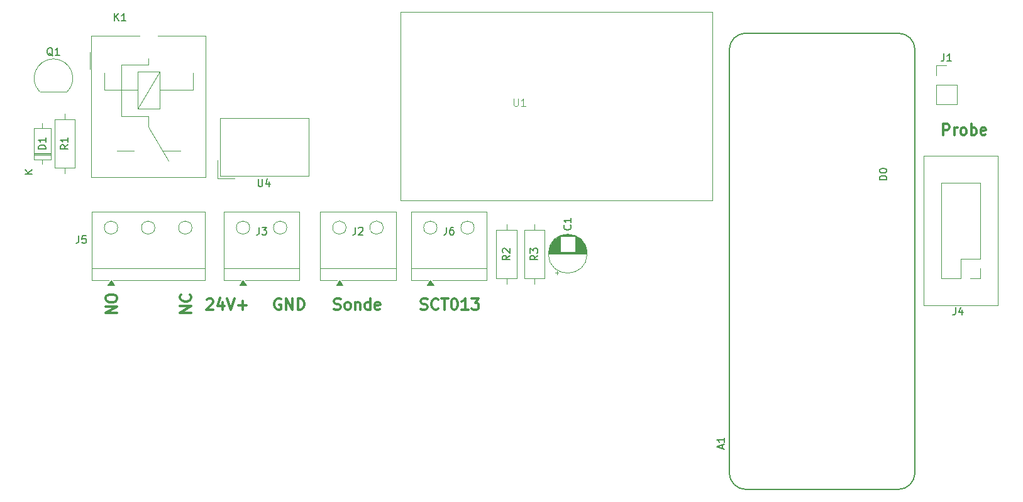
<source format=gbr>
%TF.GenerationSoftware,KiCad,Pcbnew,9.0.3*%
%TF.CreationDate,2025-08-15T10:29:04+02:00*%
%TF.ProjectId,Controller,436f6e74-726f-46c6-9c65-722e6b696361,1.0*%
%TF.SameCoordinates,Original*%
%TF.FileFunction,Legend,Top*%
%TF.FilePolarity,Positive*%
%FSLAX46Y46*%
G04 Gerber Fmt 4.6, Leading zero omitted, Abs format (unit mm)*
G04 Created by KiCad (PCBNEW 9.0.3) date 2025-08-15 10:29:04*
%MOMM*%
%LPD*%
G01*
G04 APERTURE LIST*
%ADD10C,0.300000*%
%ADD11C,0.150000*%
%ADD12C,0.100000*%
%ADD13C,0.120000*%
G04 APERTURE END LIST*
D10*
X126483082Y-101979400D02*
X126697368Y-102050828D01*
X126697368Y-102050828D02*
X127054510Y-102050828D01*
X127054510Y-102050828D02*
X127197368Y-101979400D01*
X127197368Y-101979400D02*
X127268796Y-101907971D01*
X127268796Y-101907971D02*
X127340225Y-101765114D01*
X127340225Y-101765114D02*
X127340225Y-101622257D01*
X127340225Y-101622257D02*
X127268796Y-101479400D01*
X127268796Y-101479400D02*
X127197368Y-101407971D01*
X127197368Y-101407971D02*
X127054510Y-101336542D01*
X127054510Y-101336542D02*
X126768796Y-101265114D01*
X126768796Y-101265114D02*
X126625939Y-101193685D01*
X126625939Y-101193685D02*
X126554510Y-101122257D01*
X126554510Y-101122257D02*
X126483082Y-100979400D01*
X126483082Y-100979400D02*
X126483082Y-100836542D01*
X126483082Y-100836542D02*
X126554510Y-100693685D01*
X126554510Y-100693685D02*
X126625939Y-100622257D01*
X126625939Y-100622257D02*
X126768796Y-100550828D01*
X126768796Y-100550828D02*
X127125939Y-100550828D01*
X127125939Y-100550828D02*
X127340225Y-100622257D01*
X128840224Y-101907971D02*
X128768796Y-101979400D01*
X128768796Y-101979400D02*
X128554510Y-102050828D01*
X128554510Y-102050828D02*
X128411653Y-102050828D01*
X128411653Y-102050828D02*
X128197367Y-101979400D01*
X128197367Y-101979400D02*
X128054510Y-101836542D01*
X128054510Y-101836542D02*
X127983081Y-101693685D01*
X127983081Y-101693685D02*
X127911653Y-101407971D01*
X127911653Y-101407971D02*
X127911653Y-101193685D01*
X127911653Y-101193685D02*
X127983081Y-100907971D01*
X127983081Y-100907971D02*
X128054510Y-100765114D01*
X128054510Y-100765114D02*
X128197367Y-100622257D01*
X128197367Y-100622257D02*
X128411653Y-100550828D01*
X128411653Y-100550828D02*
X128554510Y-100550828D01*
X128554510Y-100550828D02*
X128768796Y-100622257D01*
X128768796Y-100622257D02*
X128840224Y-100693685D01*
X129268796Y-100550828D02*
X130125939Y-100550828D01*
X129697367Y-102050828D02*
X129697367Y-100550828D01*
X130911653Y-100550828D02*
X131054510Y-100550828D01*
X131054510Y-100550828D02*
X131197367Y-100622257D01*
X131197367Y-100622257D02*
X131268796Y-100693685D01*
X131268796Y-100693685D02*
X131340224Y-100836542D01*
X131340224Y-100836542D02*
X131411653Y-101122257D01*
X131411653Y-101122257D02*
X131411653Y-101479400D01*
X131411653Y-101479400D02*
X131340224Y-101765114D01*
X131340224Y-101765114D02*
X131268796Y-101907971D01*
X131268796Y-101907971D02*
X131197367Y-101979400D01*
X131197367Y-101979400D02*
X131054510Y-102050828D01*
X131054510Y-102050828D02*
X130911653Y-102050828D01*
X130911653Y-102050828D02*
X130768796Y-101979400D01*
X130768796Y-101979400D02*
X130697367Y-101907971D01*
X130697367Y-101907971D02*
X130625938Y-101765114D01*
X130625938Y-101765114D02*
X130554510Y-101479400D01*
X130554510Y-101479400D02*
X130554510Y-101122257D01*
X130554510Y-101122257D02*
X130625938Y-100836542D01*
X130625938Y-100836542D02*
X130697367Y-100693685D01*
X130697367Y-100693685D02*
X130768796Y-100622257D01*
X130768796Y-100622257D02*
X130911653Y-100550828D01*
X132840224Y-102050828D02*
X131983081Y-102050828D01*
X132411652Y-102050828D02*
X132411652Y-100550828D01*
X132411652Y-100550828D02*
X132268795Y-100765114D01*
X132268795Y-100765114D02*
X132125938Y-100907971D01*
X132125938Y-100907971D02*
X131983081Y-100979400D01*
X133340223Y-100550828D02*
X134268795Y-100550828D01*
X134268795Y-100550828D02*
X133768795Y-101122257D01*
X133768795Y-101122257D02*
X133983080Y-101122257D01*
X133983080Y-101122257D02*
X134125938Y-101193685D01*
X134125938Y-101193685D02*
X134197366Y-101265114D01*
X134197366Y-101265114D02*
X134268795Y-101407971D01*
X134268795Y-101407971D02*
X134268795Y-101765114D01*
X134268795Y-101765114D02*
X134197366Y-101907971D01*
X134197366Y-101907971D02*
X134125938Y-101979400D01*
X134125938Y-101979400D02*
X133983080Y-102050828D01*
X133983080Y-102050828D02*
X133554509Y-102050828D01*
X133554509Y-102050828D02*
X133411652Y-101979400D01*
X133411652Y-101979400D02*
X133340223Y-101907971D01*
X107613225Y-100622257D02*
X107470368Y-100550828D01*
X107470368Y-100550828D02*
X107256082Y-100550828D01*
X107256082Y-100550828D02*
X107041796Y-100622257D01*
X107041796Y-100622257D02*
X106898939Y-100765114D01*
X106898939Y-100765114D02*
X106827510Y-100907971D01*
X106827510Y-100907971D02*
X106756082Y-101193685D01*
X106756082Y-101193685D02*
X106756082Y-101407971D01*
X106756082Y-101407971D02*
X106827510Y-101693685D01*
X106827510Y-101693685D02*
X106898939Y-101836542D01*
X106898939Y-101836542D02*
X107041796Y-101979400D01*
X107041796Y-101979400D02*
X107256082Y-102050828D01*
X107256082Y-102050828D02*
X107398939Y-102050828D01*
X107398939Y-102050828D02*
X107613225Y-101979400D01*
X107613225Y-101979400D02*
X107684653Y-101907971D01*
X107684653Y-101907971D02*
X107684653Y-101407971D01*
X107684653Y-101407971D02*
X107398939Y-101407971D01*
X108327510Y-102050828D02*
X108327510Y-100550828D01*
X108327510Y-100550828D02*
X109184653Y-102050828D01*
X109184653Y-102050828D02*
X109184653Y-100550828D01*
X109898939Y-102050828D02*
X109898939Y-100550828D01*
X109898939Y-100550828D02*
X110256082Y-100550828D01*
X110256082Y-100550828D02*
X110470368Y-100622257D01*
X110470368Y-100622257D02*
X110613225Y-100765114D01*
X110613225Y-100765114D02*
X110684654Y-100907971D01*
X110684654Y-100907971D02*
X110756082Y-101193685D01*
X110756082Y-101193685D02*
X110756082Y-101407971D01*
X110756082Y-101407971D02*
X110684654Y-101693685D01*
X110684654Y-101693685D02*
X110613225Y-101836542D01*
X110613225Y-101836542D02*
X110470368Y-101979400D01*
X110470368Y-101979400D02*
X110256082Y-102050828D01*
X110256082Y-102050828D02*
X109898939Y-102050828D01*
X85550828Y-102516918D02*
X84050828Y-102516918D01*
X84050828Y-102516918D02*
X85550828Y-101659775D01*
X85550828Y-101659775D02*
X84050828Y-101659775D01*
X84050828Y-100659774D02*
X84050828Y-100374060D01*
X84050828Y-100374060D02*
X84122257Y-100231203D01*
X84122257Y-100231203D02*
X84265114Y-100088346D01*
X84265114Y-100088346D02*
X84550828Y-100016917D01*
X84550828Y-100016917D02*
X85050828Y-100016917D01*
X85050828Y-100016917D02*
X85336542Y-100088346D01*
X85336542Y-100088346D02*
X85479400Y-100231203D01*
X85479400Y-100231203D02*
X85550828Y-100374060D01*
X85550828Y-100374060D02*
X85550828Y-100659774D01*
X85550828Y-100659774D02*
X85479400Y-100802632D01*
X85479400Y-100802632D02*
X85336542Y-100945489D01*
X85336542Y-100945489D02*
X85050828Y-101016917D01*
X85050828Y-101016917D02*
X84550828Y-101016917D01*
X84550828Y-101016917D02*
X84265114Y-100945489D01*
X84265114Y-100945489D02*
X84122257Y-100802632D01*
X84122257Y-100802632D02*
X84050828Y-100659774D01*
X114790225Y-101979400D02*
X115004511Y-102050828D01*
X115004511Y-102050828D02*
X115361653Y-102050828D01*
X115361653Y-102050828D02*
X115504511Y-101979400D01*
X115504511Y-101979400D02*
X115575939Y-101907971D01*
X115575939Y-101907971D02*
X115647368Y-101765114D01*
X115647368Y-101765114D02*
X115647368Y-101622257D01*
X115647368Y-101622257D02*
X115575939Y-101479400D01*
X115575939Y-101479400D02*
X115504511Y-101407971D01*
X115504511Y-101407971D02*
X115361653Y-101336542D01*
X115361653Y-101336542D02*
X115075939Y-101265114D01*
X115075939Y-101265114D02*
X114933082Y-101193685D01*
X114933082Y-101193685D02*
X114861653Y-101122257D01*
X114861653Y-101122257D02*
X114790225Y-100979400D01*
X114790225Y-100979400D02*
X114790225Y-100836542D01*
X114790225Y-100836542D02*
X114861653Y-100693685D01*
X114861653Y-100693685D02*
X114933082Y-100622257D01*
X114933082Y-100622257D02*
X115075939Y-100550828D01*
X115075939Y-100550828D02*
X115433082Y-100550828D01*
X115433082Y-100550828D02*
X115647368Y-100622257D01*
X116504510Y-102050828D02*
X116361653Y-101979400D01*
X116361653Y-101979400D02*
X116290224Y-101907971D01*
X116290224Y-101907971D02*
X116218796Y-101765114D01*
X116218796Y-101765114D02*
X116218796Y-101336542D01*
X116218796Y-101336542D02*
X116290224Y-101193685D01*
X116290224Y-101193685D02*
X116361653Y-101122257D01*
X116361653Y-101122257D02*
X116504510Y-101050828D01*
X116504510Y-101050828D02*
X116718796Y-101050828D01*
X116718796Y-101050828D02*
X116861653Y-101122257D01*
X116861653Y-101122257D02*
X116933082Y-101193685D01*
X116933082Y-101193685D02*
X117004510Y-101336542D01*
X117004510Y-101336542D02*
X117004510Y-101765114D01*
X117004510Y-101765114D02*
X116933082Y-101907971D01*
X116933082Y-101907971D02*
X116861653Y-101979400D01*
X116861653Y-101979400D02*
X116718796Y-102050828D01*
X116718796Y-102050828D02*
X116504510Y-102050828D01*
X117647367Y-101050828D02*
X117647367Y-102050828D01*
X117647367Y-101193685D02*
X117718796Y-101122257D01*
X117718796Y-101122257D02*
X117861653Y-101050828D01*
X117861653Y-101050828D02*
X118075939Y-101050828D01*
X118075939Y-101050828D02*
X118218796Y-101122257D01*
X118218796Y-101122257D02*
X118290225Y-101265114D01*
X118290225Y-101265114D02*
X118290225Y-102050828D01*
X119647368Y-102050828D02*
X119647368Y-100550828D01*
X119647368Y-101979400D02*
X119504510Y-102050828D01*
X119504510Y-102050828D02*
X119218796Y-102050828D01*
X119218796Y-102050828D02*
X119075939Y-101979400D01*
X119075939Y-101979400D02*
X119004510Y-101907971D01*
X119004510Y-101907971D02*
X118933082Y-101765114D01*
X118933082Y-101765114D02*
X118933082Y-101336542D01*
X118933082Y-101336542D02*
X119004510Y-101193685D01*
X119004510Y-101193685D02*
X119075939Y-101122257D01*
X119075939Y-101122257D02*
X119218796Y-101050828D01*
X119218796Y-101050828D02*
X119504510Y-101050828D01*
X119504510Y-101050828D02*
X119647368Y-101122257D01*
X120933082Y-101979400D02*
X120790225Y-102050828D01*
X120790225Y-102050828D02*
X120504511Y-102050828D01*
X120504511Y-102050828D02*
X120361653Y-101979400D01*
X120361653Y-101979400D02*
X120290225Y-101836542D01*
X120290225Y-101836542D02*
X120290225Y-101265114D01*
X120290225Y-101265114D02*
X120361653Y-101122257D01*
X120361653Y-101122257D02*
X120504511Y-101050828D01*
X120504511Y-101050828D02*
X120790225Y-101050828D01*
X120790225Y-101050828D02*
X120933082Y-101122257D01*
X120933082Y-101122257D02*
X121004511Y-101265114D01*
X121004511Y-101265114D02*
X121004511Y-101407971D01*
X121004511Y-101407971D02*
X120290225Y-101550828D01*
X95546828Y-102445489D02*
X94046828Y-102445489D01*
X94046828Y-102445489D02*
X95546828Y-101588346D01*
X95546828Y-101588346D02*
X94046828Y-101588346D01*
X95403971Y-100016917D02*
X95475400Y-100088345D01*
X95475400Y-100088345D02*
X95546828Y-100302631D01*
X95546828Y-100302631D02*
X95546828Y-100445488D01*
X95546828Y-100445488D02*
X95475400Y-100659774D01*
X95475400Y-100659774D02*
X95332542Y-100802631D01*
X95332542Y-100802631D02*
X95189685Y-100874060D01*
X95189685Y-100874060D02*
X94903971Y-100945488D01*
X94903971Y-100945488D02*
X94689685Y-100945488D01*
X94689685Y-100945488D02*
X94403971Y-100874060D01*
X94403971Y-100874060D02*
X94261114Y-100802631D01*
X94261114Y-100802631D02*
X94118257Y-100659774D01*
X94118257Y-100659774D02*
X94046828Y-100445488D01*
X94046828Y-100445488D02*
X94046828Y-100302631D01*
X94046828Y-100302631D02*
X94118257Y-100088345D01*
X94118257Y-100088345D02*
X94189685Y-100016917D01*
X97656083Y-100693685D02*
X97727511Y-100622257D01*
X97727511Y-100622257D02*
X97870369Y-100550828D01*
X97870369Y-100550828D02*
X98227511Y-100550828D01*
X98227511Y-100550828D02*
X98370369Y-100622257D01*
X98370369Y-100622257D02*
X98441797Y-100693685D01*
X98441797Y-100693685D02*
X98513226Y-100836542D01*
X98513226Y-100836542D02*
X98513226Y-100979400D01*
X98513226Y-100979400D02*
X98441797Y-101193685D01*
X98441797Y-101193685D02*
X97584654Y-102050828D01*
X97584654Y-102050828D02*
X98513226Y-102050828D01*
X99798940Y-101050828D02*
X99798940Y-102050828D01*
X99441797Y-100479400D02*
X99084654Y-101550828D01*
X99084654Y-101550828D02*
X100013225Y-101550828D01*
X100370368Y-100550828D02*
X100870368Y-102050828D01*
X100870368Y-102050828D02*
X101370368Y-100550828D01*
X101870367Y-101479400D02*
X103013225Y-101479400D01*
X102441796Y-102050828D02*
X102441796Y-100907971D01*
X196790225Y-78525828D02*
X196790225Y-77025828D01*
X196790225Y-77025828D02*
X197361654Y-77025828D01*
X197361654Y-77025828D02*
X197504511Y-77097257D01*
X197504511Y-77097257D02*
X197575940Y-77168685D01*
X197575940Y-77168685D02*
X197647368Y-77311542D01*
X197647368Y-77311542D02*
X197647368Y-77525828D01*
X197647368Y-77525828D02*
X197575940Y-77668685D01*
X197575940Y-77668685D02*
X197504511Y-77740114D01*
X197504511Y-77740114D02*
X197361654Y-77811542D01*
X197361654Y-77811542D02*
X196790225Y-77811542D01*
X198290225Y-78525828D02*
X198290225Y-77525828D01*
X198290225Y-77811542D02*
X198361654Y-77668685D01*
X198361654Y-77668685D02*
X198433083Y-77597257D01*
X198433083Y-77597257D02*
X198575940Y-77525828D01*
X198575940Y-77525828D02*
X198718797Y-77525828D01*
X199433082Y-78525828D02*
X199290225Y-78454400D01*
X199290225Y-78454400D02*
X199218796Y-78382971D01*
X199218796Y-78382971D02*
X199147368Y-78240114D01*
X199147368Y-78240114D02*
X199147368Y-77811542D01*
X199147368Y-77811542D02*
X199218796Y-77668685D01*
X199218796Y-77668685D02*
X199290225Y-77597257D01*
X199290225Y-77597257D02*
X199433082Y-77525828D01*
X199433082Y-77525828D02*
X199647368Y-77525828D01*
X199647368Y-77525828D02*
X199790225Y-77597257D01*
X199790225Y-77597257D02*
X199861654Y-77668685D01*
X199861654Y-77668685D02*
X199933082Y-77811542D01*
X199933082Y-77811542D02*
X199933082Y-78240114D01*
X199933082Y-78240114D02*
X199861654Y-78382971D01*
X199861654Y-78382971D02*
X199790225Y-78454400D01*
X199790225Y-78454400D02*
X199647368Y-78525828D01*
X199647368Y-78525828D02*
X199433082Y-78525828D01*
X200575939Y-78525828D02*
X200575939Y-77025828D01*
X200575939Y-77597257D02*
X200718797Y-77525828D01*
X200718797Y-77525828D02*
X201004511Y-77525828D01*
X201004511Y-77525828D02*
X201147368Y-77597257D01*
X201147368Y-77597257D02*
X201218797Y-77668685D01*
X201218797Y-77668685D02*
X201290225Y-77811542D01*
X201290225Y-77811542D02*
X201290225Y-78240114D01*
X201290225Y-78240114D02*
X201218797Y-78382971D01*
X201218797Y-78382971D02*
X201147368Y-78454400D01*
X201147368Y-78454400D02*
X201004511Y-78525828D01*
X201004511Y-78525828D02*
X200718797Y-78525828D01*
X200718797Y-78525828D02*
X200575939Y-78454400D01*
X202504511Y-78454400D02*
X202361654Y-78525828D01*
X202361654Y-78525828D02*
X202075940Y-78525828D01*
X202075940Y-78525828D02*
X201933082Y-78454400D01*
X201933082Y-78454400D02*
X201861654Y-78311542D01*
X201861654Y-78311542D02*
X201861654Y-77740114D01*
X201861654Y-77740114D02*
X201933082Y-77597257D01*
X201933082Y-77597257D02*
X202075940Y-77525828D01*
X202075940Y-77525828D02*
X202361654Y-77525828D01*
X202361654Y-77525828D02*
X202504511Y-77597257D01*
X202504511Y-77597257D02*
X202575940Y-77740114D01*
X202575940Y-77740114D02*
X202575940Y-77882971D01*
X202575940Y-77882971D02*
X201861654Y-78025828D01*
D11*
X142204819Y-94746666D02*
X141728628Y-95079999D01*
X142204819Y-95318094D02*
X141204819Y-95318094D01*
X141204819Y-95318094D02*
X141204819Y-94937142D01*
X141204819Y-94937142D02*
X141252438Y-94841904D01*
X141252438Y-94841904D02*
X141300057Y-94794285D01*
X141300057Y-94794285D02*
X141395295Y-94746666D01*
X141395295Y-94746666D02*
X141538152Y-94746666D01*
X141538152Y-94746666D02*
X141633390Y-94794285D01*
X141633390Y-94794285D02*
X141681009Y-94841904D01*
X141681009Y-94841904D02*
X141728628Y-94937142D01*
X141728628Y-94937142D02*
X141728628Y-95318094D01*
X141204819Y-94413332D02*
X141204819Y-93794285D01*
X141204819Y-93794285D02*
X141585771Y-94127618D01*
X141585771Y-94127618D02*
X141585771Y-93984761D01*
X141585771Y-93984761D02*
X141633390Y-93889523D01*
X141633390Y-93889523D02*
X141681009Y-93841904D01*
X141681009Y-93841904D02*
X141776247Y-93794285D01*
X141776247Y-93794285D02*
X142014342Y-93794285D01*
X142014342Y-93794285D02*
X142109580Y-93841904D01*
X142109580Y-93841904D02*
X142157200Y-93889523D01*
X142157200Y-93889523D02*
X142204819Y-93984761D01*
X142204819Y-93984761D02*
X142204819Y-94270475D01*
X142204819Y-94270475D02*
X142157200Y-94365713D01*
X142157200Y-94365713D02*
X142109580Y-94413332D01*
X196916666Y-67549819D02*
X196916666Y-68264104D01*
X196916666Y-68264104D02*
X196869047Y-68406961D01*
X196869047Y-68406961D02*
X196773809Y-68502200D01*
X196773809Y-68502200D02*
X196630952Y-68549819D01*
X196630952Y-68549819D02*
X196535714Y-68549819D01*
X197916666Y-68549819D02*
X197345238Y-68549819D01*
X197630952Y-68549819D02*
X197630952Y-67549819D01*
X197630952Y-67549819D02*
X197535714Y-67692676D01*
X197535714Y-67692676D02*
X197440476Y-67787914D01*
X197440476Y-67787914D02*
X197345238Y-67835533D01*
X75954819Y-80428094D02*
X74954819Y-80428094D01*
X74954819Y-80428094D02*
X74954819Y-80189999D01*
X74954819Y-80189999D02*
X75002438Y-80047142D01*
X75002438Y-80047142D02*
X75097676Y-79951904D01*
X75097676Y-79951904D02*
X75192914Y-79904285D01*
X75192914Y-79904285D02*
X75383390Y-79856666D01*
X75383390Y-79856666D02*
X75526247Y-79856666D01*
X75526247Y-79856666D02*
X75716723Y-79904285D01*
X75716723Y-79904285D02*
X75811961Y-79951904D01*
X75811961Y-79951904D02*
X75907200Y-80047142D01*
X75907200Y-80047142D02*
X75954819Y-80189999D01*
X75954819Y-80189999D02*
X75954819Y-80428094D01*
X75954819Y-78904285D02*
X75954819Y-79475713D01*
X75954819Y-79189999D02*
X74954819Y-79189999D01*
X74954819Y-79189999D02*
X75097676Y-79285237D01*
X75097676Y-79285237D02*
X75192914Y-79380475D01*
X75192914Y-79380475D02*
X75240533Y-79475713D01*
X74154819Y-83761904D02*
X73154819Y-83761904D01*
X74154819Y-83190476D02*
X73583390Y-83619047D01*
X73154819Y-83190476D02*
X73726247Y-83761904D01*
X129916666Y-90954819D02*
X129916666Y-91669104D01*
X129916666Y-91669104D02*
X129869047Y-91811961D01*
X129869047Y-91811961D02*
X129773809Y-91907200D01*
X129773809Y-91907200D02*
X129630952Y-91954819D01*
X129630952Y-91954819D02*
X129535714Y-91954819D01*
X130821428Y-90954819D02*
X130630952Y-90954819D01*
X130630952Y-90954819D02*
X130535714Y-91002438D01*
X130535714Y-91002438D02*
X130488095Y-91050057D01*
X130488095Y-91050057D02*
X130392857Y-91192914D01*
X130392857Y-91192914D02*
X130345238Y-91383390D01*
X130345238Y-91383390D02*
X130345238Y-91764342D01*
X130345238Y-91764342D02*
X130392857Y-91859580D01*
X130392857Y-91859580D02*
X130440476Y-91907200D01*
X130440476Y-91907200D02*
X130535714Y-91954819D01*
X130535714Y-91954819D02*
X130726190Y-91954819D01*
X130726190Y-91954819D02*
X130821428Y-91907200D01*
X130821428Y-91907200D02*
X130869047Y-91859580D01*
X130869047Y-91859580D02*
X130916666Y-91764342D01*
X130916666Y-91764342D02*
X130916666Y-91526247D01*
X130916666Y-91526247D02*
X130869047Y-91431009D01*
X130869047Y-91431009D02*
X130821428Y-91383390D01*
X130821428Y-91383390D02*
X130726190Y-91335771D01*
X130726190Y-91335771D02*
X130535714Y-91335771D01*
X130535714Y-91335771D02*
X130440476Y-91383390D01*
X130440476Y-91383390D02*
X130392857Y-91431009D01*
X130392857Y-91431009D02*
X130345238Y-91526247D01*
X104689666Y-90954819D02*
X104689666Y-91669104D01*
X104689666Y-91669104D02*
X104642047Y-91811961D01*
X104642047Y-91811961D02*
X104546809Y-91907200D01*
X104546809Y-91907200D02*
X104403952Y-91954819D01*
X104403952Y-91954819D02*
X104308714Y-91954819D01*
X105070619Y-90954819D02*
X105689666Y-90954819D01*
X105689666Y-90954819D02*
X105356333Y-91335771D01*
X105356333Y-91335771D02*
X105499190Y-91335771D01*
X105499190Y-91335771D02*
X105594428Y-91383390D01*
X105594428Y-91383390D02*
X105642047Y-91431009D01*
X105642047Y-91431009D02*
X105689666Y-91526247D01*
X105689666Y-91526247D02*
X105689666Y-91764342D01*
X105689666Y-91764342D02*
X105642047Y-91859580D01*
X105642047Y-91859580D02*
X105594428Y-91907200D01*
X105594428Y-91907200D02*
X105499190Y-91954819D01*
X105499190Y-91954819D02*
X105213476Y-91954819D01*
X105213476Y-91954819D02*
X105118238Y-91907200D01*
X105118238Y-91907200D02*
X105070619Y-91859580D01*
X167069104Y-120749085D02*
X167069104Y-120272895D01*
X167354819Y-120844323D02*
X166354819Y-120510990D01*
X166354819Y-120510990D02*
X167354819Y-120177657D01*
X167354819Y-119320514D02*
X167354819Y-119891942D01*
X167354819Y-119606228D02*
X166354819Y-119606228D01*
X166354819Y-119606228D02*
X166497676Y-119701466D01*
X166497676Y-119701466D02*
X166592914Y-119796704D01*
X166592914Y-119796704D02*
X166640533Y-119891942D01*
X189209819Y-84568094D02*
X188209819Y-84568094D01*
X188209819Y-84568094D02*
X188209819Y-84329999D01*
X188209819Y-84329999D02*
X188257438Y-84187142D01*
X188257438Y-84187142D02*
X188352676Y-84091904D01*
X188352676Y-84091904D02*
X188447914Y-84044285D01*
X188447914Y-84044285D02*
X188638390Y-83996666D01*
X188638390Y-83996666D02*
X188781247Y-83996666D01*
X188781247Y-83996666D02*
X188971723Y-84044285D01*
X188971723Y-84044285D02*
X189066961Y-84091904D01*
X189066961Y-84091904D02*
X189162200Y-84187142D01*
X189162200Y-84187142D02*
X189209819Y-84329999D01*
X189209819Y-84329999D02*
X189209819Y-84568094D01*
X188209819Y-83377618D02*
X188209819Y-83282380D01*
X188209819Y-83282380D02*
X188257438Y-83187142D01*
X188257438Y-83187142D02*
X188305057Y-83139523D01*
X188305057Y-83139523D02*
X188400295Y-83091904D01*
X188400295Y-83091904D02*
X188590771Y-83044285D01*
X188590771Y-83044285D02*
X188828866Y-83044285D01*
X188828866Y-83044285D02*
X189019342Y-83091904D01*
X189019342Y-83091904D02*
X189114580Y-83139523D01*
X189114580Y-83139523D02*
X189162200Y-83187142D01*
X189162200Y-83187142D02*
X189209819Y-83282380D01*
X189209819Y-83282380D02*
X189209819Y-83377618D01*
X189209819Y-83377618D02*
X189162200Y-83472856D01*
X189162200Y-83472856D02*
X189114580Y-83520475D01*
X189114580Y-83520475D02*
X189019342Y-83568094D01*
X189019342Y-83568094D02*
X188828866Y-83615713D01*
X188828866Y-83615713D02*
X188590771Y-83615713D01*
X188590771Y-83615713D02*
X188400295Y-83568094D01*
X188400295Y-83568094D02*
X188305057Y-83520475D01*
X188305057Y-83520475D02*
X188257438Y-83472856D01*
X188257438Y-83472856D02*
X188209819Y-83377618D01*
X104574595Y-84454819D02*
X104574595Y-85264342D01*
X104574595Y-85264342D02*
X104622214Y-85359580D01*
X104622214Y-85359580D02*
X104669833Y-85407200D01*
X104669833Y-85407200D02*
X104765071Y-85454819D01*
X104765071Y-85454819D02*
X104955547Y-85454819D01*
X104955547Y-85454819D02*
X105050785Y-85407200D01*
X105050785Y-85407200D02*
X105098404Y-85359580D01*
X105098404Y-85359580D02*
X105146023Y-85264342D01*
X105146023Y-85264342D02*
X105146023Y-84454819D01*
X106050785Y-84788152D02*
X106050785Y-85454819D01*
X105812690Y-84407200D02*
X105574595Y-85121485D01*
X105574595Y-85121485D02*
X106193642Y-85121485D01*
X198465666Y-101764319D02*
X198465666Y-102478604D01*
X198465666Y-102478604D02*
X198418047Y-102621461D01*
X198418047Y-102621461D02*
X198322809Y-102716700D01*
X198322809Y-102716700D02*
X198179952Y-102764319D01*
X198179952Y-102764319D02*
X198084714Y-102764319D01*
X199370428Y-102097652D02*
X199370428Y-102764319D01*
X199132333Y-101716700D02*
X198894238Y-102430985D01*
X198894238Y-102430985D02*
X199513285Y-102430985D01*
X138454819Y-94746666D02*
X137978628Y-95079999D01*
X138454819Y-95318094D02*
X137454819Y-95318094D01*
X137454819Y-95318094D02*
X137454819Y-94937142D01*
X137454819Y-94937142D02*
X137502438Y-94841904D01*
X137502438Y-94841904D02*
X137550057Y-94794285D01*
X137550057Y-94794285D02*
X137645295Y-94746666D01*
X137645295Y-94746666D02*
X137788152Y-94746666D01*
X137788152Y-94746666D02*
X137883390Y-94794285D01*
X137883390Y-94794285D02*
X137931009Y-94841904D01*
X137931009Y-94841904D02*
X137978628Y-94937142D01*
X137978628Y-94937142D02*
X137978628Y-95318094D01*
X137550057Y-94365713D02*
X137502438Y-94318094D01*
X137502438Y-94318094D02*
X137454819Y-94222856D01*
X137454819Y-94222856D02*
X137454819Y-93984761D01*
X137454819Y-93984761D02*
X137502438Y-93889523D01*
X137502438Y-93889523D02*
X137550057Y-93841904D01*
X137550057Y-93841904D02*
X137645295Y-93794285D01*
X137645295Y-93794285D02*
X137740533Y-93794285D01*
X137740533Y-93794285D02*
X137883390Y-93841904D01*
X137883390Y-93841904D02*
X138454819Y-94413332D01*
X138454819Y-94413332D02*
X138454819Y-93794285D01*
X78954819Y-79836666D02*
X78478628Y-80169999D01*
X78954819Y-80408094D02*
X77954819Y-80408094D01*
X77954819Y-80408094D02*
X77954819Y-80027142D01*
X77954819Y-80027142D02*
X78002438Y-79931904D01*
X78002438Y-79931904D02*
X78050057Y-79884285D01*
X78050057Y-79884285D02*
X78145295Y-79836666D01*
X78145295Y-79836666D02*
X78288152Y-79836666D01*
X78288152Y-79836666D02*
X78383390Y-79884285D01*
X78383390Y-79884285D02*
X78431009Y-79931904D01*
X78431009Y-79931904D02*
X78478628Y-80027142D01*
X78478628Y-80027142D02*
X78478628Y-80408094D01*
X78954819Y-78884285D02*
X78954819Y-79455713D01*
X78954819Y-79169999D02*
X77954819Y-79169999D01*
X77954819Y-79169999D02*
X78097676Y-79265237D01*
X78097676Y-79265237D02*
X78192914Y-79360475D01*
X78192914Y-79360475D02*
X78240533Y-79455713D01*
X85226905Y-63121819D02*
X85226905Y-62121819D01*
X85798333Y-63121819D02*
X85369762Y-62550390D01*
X85798333Y-62121819D02*
X85226905Y-62693247D01*
X86750714Y-63121819D02*
X86179286Y-63121819D01*
X86465000Y-63121819D02*
X86465000Y-62121819D01*
X86465000Y-62121819D02*
X86369762Y-62264676D01*
X86369762Y-62264676D02*
X86274524Y-62359914D01*
X86274524Y-62359914D02*
X86179286Y-62407533D01*
D12*
X138988095Y-73624419D02*
X138988095Y-74433942D01*
X138988095Y-74433942D02*
X139035714Y-74529180D01*
X139035714Y-74529180D02*
X139083333Y-74576800D01*
X139083333Y-74576800D02*
X139178571Y-74624419D01*
X139178571Y-74624419D02*
X139369047Y-74624419D01*
X139369047Y-74624419D02*
X139464285Y-74576800D01*
X139464285Y-74576800D02*
X139511904Y-74529180D01*
X139511904Y-74529180D02*
X139559523Y-74433942D01*
X139559523Y-74433942D02*
X139559523Y-73624419D01*
X140559523Y-74624419D02*
X139988095Y-74624419D01*
X140273809Y-74624419D02*
X140273809Y-73624419D01*
X140273809Y-73624419D02*
X140178571Y-73767276D01*
X140178571Y-73767276D02*
X140083333Y-73862514D01*
X140083333Y-73862514D02*
X139988095Y-73910133D01*
D11*
X80416666Y-92087319D02*
X80416666Y-92801604D01*
X80416666Y-92801604D02*
X80369047Y-92944461D01*
X80369047Y-92944461D02*
X80273809Y-93039700D01*
X80273809Y-93039700D02*
X80130952Y-93087319D01*
X80130952Y-93087319D02*
X80035714Y-93087319D01*
X81369047Y-92087319D02*
X80892857Y-92087319D01*
X80892857Y-92087319D02*
X80845238Y-92563509D01*
X80845238Y-92563509D02*
X80892857Y-92515890D01*
X80892857Y-92515890D02*
X80988095Y-92468271D01*
X80988095Y-92468271D02*
X81226190Y-92468271D01*
X81226190Y-92468271D02*
X81321428Y-92515890D01*
X81321428Y-92515890D02*
X81369047Y-92563509D01*
X81369047Y-92563509D02*
X81416666Y-92658747D01*
X81416666Y-92658747D02*
X81416666Y-92896842D01*
X81416666Y-92896842D02*
X81369047Y-92992080D01*
X81369047Y-92992080D02*
X81321428Y-93039700D01*
X81321428Y-93039700D02*
X81226190Y-93087319D01*
X81226190Y-93087319D02*
X80988095Y-93087319D01*
X80988095Y-93087319D02*
X80892857Y-93039700D01*
X80892857Y-93039700D02*
X80845238Y-92992080D01*
X117666666Y-90954819D02*
X117666666Y-91669104D01*
X117666666Y-91669104D02*
X117619047Y-91811961D01*
X117619047Y-91811961D02*
X117523809Y-91907200D01*
X117523809Y-91907200D02*
X117380952Y-91954819D01*
X117380952Y-91954819D02*
X117285714Y-91954819D01*
X118095238Y-91050057D02*
X118142857Y-91002438D01*
X118142857Y-91002438D02*
X118238095Y-90954819D01*
X118238095Y-90954819D02*
X118476190Y-90954819D01*
X118476190Y-90954819D02*
X118571428Y-91002438D01*
X118571428Y-91002438D02*
X118619047Y-91050057D01*
X118619047Y-91050057D02*
X118666666Y-91145295D01*
X118666666Y-91145295D02*
X118666666Y-91240533D01*
X118666666Y-91240533D02*
X118619047Y-91383390D01*
X118619047Y-91383390D02*
X118047619Y-91954819D01*
X118047619Y-91954819D02*
X118666666Y-91954819D01*
X76904761Y-67850057D02*
X76809523Y-67802438D01*
X76809523Y-67802438D02*
X76714285Y-67707200D01*
X76714285Y-67707200D02*
X76571428Y-67564342D01*
X76571428Y-67564342D02*
X76476190Y-67516723D01*
X76476190Y-67516723D02*
X76380952Y-67516723D01*
X76428571Y-67754819D02*
X76333333Y-67707200D01*
X76333333Y-67707200D02*
X76238095Y-67611961D01*
X76238095Y-67611961D02*
X76190476Y-67421485D01*
X76190476Y-67421485D02*
X76190476Y-67088152D01*
X76190476Y-67088152D02*
X76238095Y-66897676D01*
X76238095Y-66897676D02*
X76333333Y-66802438D01*
X76333333Y-66802438D02*
X76428571Y-66754819D01*
X76428571Y-66754819D02*
X76619047Y-66754819D01*
X76619047Y-66754819D02*
X76714285Y-66802438D01*
X76714285Y-66802438D02*
X76809523Y-66897676D01*
X76809523Y-66897676D02*
X76857142Y-67088152D01*
X76857142Y-67088152D02*
X76857142Y-67421485D01*
X76857142Y-67421485D02*
X76809523Y-67611961D01*
X76809523Y-67611961D02*
X76714285Y-67707200D01*
X76714285Y-67707200D02*
X76619047Y-67754819D01*
X76619047Y-67754819D02*
X76428571Y-67754819D01*
X77809523Y-67754819D02*
X77238095Y-67754819D01*
X77523809Y-67754819D02*
X77523809Y-66754819D01*
X77523809Y-66754819D02*
X77428571Y-66897676D01*
X77428571Y-66897676D02*
X77333333Y-66992914D01*
X77333333Y-66992914D02*
X77238095Y-67040533D01*
X146609580Y-90666666D02*
X146657200Y-90714285D01*
X146657200Y-90714285D02*
X146704819Y-90857142D01*
X146704819Y-90857142D02*
X146704819Y-90952380D01*
X146704819Y-90952380D02*
X146657200Y-91095237D01*
X146657200Y-91095237D02*
X146561961Y-91190475D01*
X146561961Y-91190475D02*
X146466723Y-91238094D01*
X146466723Y-91238094D02*
X146276247Y-91285713D01*
X146276247Y-91285713D02*
X146133390Y-91285713D01*
X146133390Y-91285713D02*
X145942914Y-91238094D01*
X145942914Y-91238094D02*
X145847676Y-91190475D01*
X145847676Y-91190475D02*
X145752438Y-91095237D01*
X145752438Y-91095237D02*
X145704819Y-90952380D01*
X145704819Y-90952380D02*
X145704819Y-90857142D01*
X145704819Y-90857142D02*
X145752438Y-90714285D01*
X145752438Y-90714285D02*
X145800057Y-90666666D01*
X146704819Y-89714285D02*
X146704819Y-90285713D01*
X146704819Y-89999999D02*
X145704819Y-89999999D01*
X145704819Y-89999999D02*
X145847676Y-90095237D01*
X145847676Y-90095237D02*
X145942914Y-90190475D01*
X145942914Y-90190475D02*
X145990533Y-90285713D01*
D13*
%TO.C,R3*%
X140380000Y-91310000D02*
X140380000Y-97850000D01*
X140380000Y-97850000D02*
X143120000Y-97850000D01*
X141750000Y-90540000D02*
X141750000Y-91310000D01*
X141750000Y-98620000D02*
X141750000Y-97850000D01*
X143120000Y-91310000D02*
X140380000Y-91310000D01*
X143120000Y-97850000D02*
X143120000Y-91310000D01*
%TO.C,J1*%
X195870000Y-69095000D02*
X197250000Y-69095000D01*
X195870000Y-70475000D02*
X195870000Y-69095000D01*
X195870000Y-71745000D02*
X195870000Y-74395000D01*
X195870000Y-71745000D02*
X198630000Y-71745000D01*
X195870000Y-74395000D02*
X198630000Y-74395000D01*
X198630000Y-71745000D02*
X198630000Y-74395000D01*
%TO.C,D1*%
X74380000Y-77570000D02*
X74380000Y-81810000D01*
X74380000Y-80970000D02*
X76620000Y-80970000D01*
X74380000Y-81090000D02*
X76620000Y-81090000D01*
X74380000Y-81210000D02*
X76620000Y-81210000D01*
X74380000Y-81810000D02*
X76620000Y-81810000D01*
X75500000Y-76920000D02*
X75500000Y-77570000D01*
X75500000Y-82460000D02*
X75500000Y-81810000D01*
X76620000Y-77570000D02*
X74380000Y-77570000D01*
X76620000Y-81810000D02*
X76620000Y-77570000D01*
%TO.C,J6*%
X125130000Y-88880000D02*
X125130000Y-98120000D01*
X125130000Y-88880000D02*
X135370000Y-88880000D01*
X125130000Y-96500000D02*
X135370000Y-96500000D01*
X125130000Y-98120000D02*
X127450000Y-98120000D01*
X128050000Y-98120000D02*
X135370000Y-98120000D01*
X135370000Y-88880000D02*
X135370000Y-98120000D01*
X128650000Y-91000000D02*
G75*
G02*
X126850000Y-91000000I-900000J0D01*
G01*
X126850000Y-91000000D02*
G75*
G02*
X128650000Y-91000000I900000J0D01*
G01*
X133650000Y-91000000D02*
G75*
G02*
X131850000Y-91000000I-900000J0D01*
G01*
X131850000Y-91000000D02*
G75*
G02*
X133650000Y-91000000I900000J0D01*
G01*
X128190000Y-98730000D02*
X127310000Y-98730000D01*
X127750000Y-98120000D01*
X128190000Y-98730000D01*
G36*
X128190000Y-98730000D02*
G01*
X127310000Y-98730000D01*
X127750000Y-98120000D01*
X128190000Y-98730000D01*
G37*
%TO.C,J3*%
X99903000Y-88880000D02*
X99903000Y-98120000D01*
X99903000Y-88880000D02*
X110143000Y-88880000D01*
X99903000Y-96500000D02*
X110143000Y-96500000D01*
X99903000Y-98120000D02*
X102223000Y-98120000D01*
X102823000Y-98120000D02*
X110143000Y-98120000D01*
X110143000Y-88880000D02*
X110143000Y-98120000D01*
X103423000Y-91000000D02*
G75*
G02*
X101623000Y-91000000I-900000J0D01*
G01*
X101623000Y-91000000D02*
G75*
G02*
X103423000Y-91000000I900000J0D01*
G01*
X108423000Y-91000000D02*
G75*
G02*
X106623000Y-91000000I-900000J0D01*
G01*
X106623000Y-91000000D02*
G75*
G02*
X108423000Y-91000000I900000J0D01*
G01*
X102963000Y-98730000D02*
X102083000Y-98730000D01*
X102523000Y-98120000D01*
X102963000Y-98730000D01*
G36*
X102963000Y-98730000D02*
G01*
X102083000Y-98730000D01*
X102523000Y-98120000D01*
X102963000Y-98730000D01*
G37*
D11*
%TO.C,A1*%
X168000000Y-124034800D02*
X168000000Y-67034800D01*
X190750000Y-64784800D02*
X170250000Y-64784800D01*
X190750000Y-126284800D02*
X170250000Y-126284800D01*
X193000000Y-124034800D02*
X193000000Y-67034800D01*
X168000000Y-67034800D02*
G75*
G02*
X170250000Y-64784800I2250000J0D01*
G01*
X170250000Y-126284800D02*
G75*
G02*
X168000000Y-124034800I0J2250000D01*
G01*
X190750000Y-64784800D02*
G75*
G02*
X193000000Y-67034800I0J-2250000D01*
G01*
X193000000Y-124034800D02*
G75*
G02*
X190750000Y-126284800I-2250000J0D01*
G01*
D13*
%TO.C,U4*%
X99067500Y-81932500D02*
X99067500Y-84382500D01*
X99067500Y-84382500D02*
X101397500Y-84382500D01*
X99397500Y-76202500D02*
X111337500Y-76202500D01*
X99397500Y-84052500D02*
X99397500Y-76202500D01*
X111337500Y-76202500D02*
X111337500Y-84052500D01*
X111337500Y-84052500D02*
X99397500Y-84052500D01*
%TO.C,J4*%
X196530000Y-97847500D02*
X196530000Y-84927500D01*
X199180000Y-95197500D02*
X199180000Y-97847500D01*
X199180000Y-97847500D02*
X196530000Y-97847500D01*
X201830000Y-84927500D02*
X196530000Y-84927500D01*
X201830000Y-95197500D02*
X199180000Y-95197500D01*
X201830000Y-95197500D02*
X201830000Y-84927500D01*
X201830000Y-96467500D02*
X201830000Y-97847500D01*
X201830000Y-97864500D02*
X200450000Y-97864500D01*
X204196500Y-101484000D02*
X194163500Y-101484000D01*
X194163500Y-81291000D01*
X204196500Y-81291000D01*
X204196500Y-101484000D01*
%TO.C,R2*%
X136630000Y-91310000D02*
X136630000Y-97850000D01*
X136630000Y-97850000D02*
X139370000Y-97850000D01*
X138000000Y-90540000D02*
X138000000Y-91310000D01*
X138000000Y-98620000D02*
X138000000Y-97850000D01*
X139370000Y-91310000D02*
X136630000Y-91310000D01*
X139370000Y-97850000D02*
X139370000Y-91310000D01*
%TO.C,R1*%
X77130000Y-76400000D02*
X77130000Y-82940000D01*
X77130000Y-82940000D02*
X79870000Y-82940000D01*
X78500000Y-75630000D02*
X78500000Y-76400000D01*
X78500000Y-83710000D02*
X78500000Y-82940000D01*
X79870000Y-76400000D02*
X77130000Y-76400000D01*
X79870000Y-82940000D02*
X79870000Y-76400000D01*
%TO.C,K1*%
X81867500Y-67317000D02*
X81867500Y-69617000D01*
X82107500Y-84167000D02*
X82107500Y-65157000D01*
X83817500Y-70167000D02*
X83817500Y-72467000D01*
X85517500Y-80667000D02*
X87817500Y-80667000D01*
X86117500Y-75967000D02*
X86117500Y-69067000D01*
X88317500Y-69967000D02*
X91317500Y-69967000D01*
X88317500Y-72467000D02*
X83817500Y-72467000D01*
X88317500Y-74967000D02*
X88317500Y-69967000D01*
X88317500Y-74967000D02*
X91317500Y-69967000D01*
X88617500Y-65157000D02*
X82107500Y-65157000D01*
X89817500Y-69067000D02*
X86117500Y-69067000D01*
X89817500Y-69067000D02*
X89817500Y-68167000D01*
X89817500Y-75967000D02*
X86117500Y-75967000D01*
X89817500Y-75967000D02*
X89817500Y-77467000D01*
X89817500Y-77467000D02*
X92517500Y-81967000D01*
X91317500Y-69967000D02*
X91317500Y-74967000D01*
X91317500Y-74967000D02*
X88317500Y-74967000D01*
X94117500Y-80667000D02*
X91817500Y-80667000D01*
X95817500Y-72467000D02*
X91317500Y-72467000D01*
X95817500Y-72467000D02*
X95817500Y-70167000D01*
X97527500Y-65157000D02*
X91017500Y-65157000D01*
X97527500Y-65157000D02*
X97527500Y-84177000D01*
X97527500Y-84177000D02*
X82107500Y-84177000D01*
%TO.C,U1*%
D12*
X123750000Y-61967000D02*
X165750000Y-61967000D01*
X165750000Y-87367000D01*
X123750000Y-87367000D01*
X123750000Y-61967000D01*
D13*
%TO.C,J5*%
X82130000Y-88880000D02*
X82130000Y-98120000D01*
X82130000Y-88880000D02*
X97370000Y-88880000D01*
X82130000Y-96500000D02*
X97370000Y-96500000D01*
X82130000Y-98120000D02*
X84450000Y-98120000D01*
X85050000Y-98120000D02*
X97370000Y-98120000D01*
X97370000Y-88880000D02*
X97370000Y-98120000D01*
X85650000Y-91000000D02*
G75*
G02*
X83850000Y-91000000I-900000J0D01*
G01*
X83850000Y-91000000D02*
G75*
G02*
X85650000Y-91000000I900000J0D01*
G01*
X90650000Y-91000000D02*
G75*
G02*
X88850000Y-91000000I-900000J0D01*
G01*
X88850000Y-91000000D02*
G75*
G02*
X90650000Y-91000000I900000J0D01*
G01*
X95650000Y-91000000D02*
G75*
G02*
X93850000Y-91000000I-900000J0D01*
G01*
X93850000Y-91000000D02*
G75*
G02*
X95650000Y-91000000I900000J0D01*
G01*
X85190000Y-98730000D02*
X84310000Y-98730000D01*
X84750000Y-98120000D01*
X85190000Y-98730000D01*
G36*
X85190000Y-98730000D02*
G01*
X84310000Y-98730000D01*
X84750000Y-98120000D01*
X85190000Y-98730000D01*
G37*
%TO.C,J2*%
X112880000Y-88880000D02*
X112880000Y-98120000D01*
X112880000Y-88880000D02*
X123120000Y-88880000D01*
X112880000Y-96500000D02*
X123120000Y-96500000D01*
X112880000Y-98120000D02*
X115200000Y-98120000D01*
X115800000Y-98120000D02*
X123120000Y-98120000D01*
X123120000Y-88880000D02*
X123120000Y-98120000D01*
X116400000Y-91000000D02*
G75*
G02*
X114600000Y-91000000I-900000J0D01*
G01*
X114600000Y-91000000D02*
G75*
G02*
X116400000Y-91000000I900000J0D01*
G01*
X121400000Y-91000000D02*
G75*
G02*
X119600000Y-91000000I-900000J0D01*
G01*
X119600000Y-91000000D02*
G75*
G02*
X121400000Y-91000000I900000J0D01*
G01*
X115940000Y-98730000D02*
X115060000Y-98730000D01*
X115500000Y-98120000D01*
X115940000Y-98730000D01*
G36*
X115940000Y-98730000D02*
G01*
X115060000Y-98730000D01*
X115500000Y-98120000D01*
X115940000Y-98730000D01*
G37*
%TO.C,Q1*%
X75200000Y-72710000D02*
X78800000Y-72710000D01*
X75161522Y-72698478D02*
G75*
G02*
X77000000Y-68259999I1838478J1838478D01*
G01*
X77000000Y-68260000D02*
G75*
G02*
X78838478Y-72698478I0J-2600000D01*
G01*
%TO.C,C1*%
X143670000Y-94460000D02*
X148830000Y-94460000D01*
X143670000Y-94500000D02*
X148830000Y-94500000D01*
X143671000Y-94420000D02*
X148829000Y-94420000D01*
X143673000Y-94380000D02*
X148827000Y-94380000D01*
X143675000Y-94340000D02*
X148825000Y-94340000D01*
X143678000Y-94300000D02*
X148822000Y-94300000D01*
X143681000Y-94260000D02*
X145210000Y-94260000D01*
X143685000Y-94220000D02*
X145210000Y-94220000D01*
X143690000Y-94180000D02*
X145210000Y-94180000D01*
X143695000Y-94140000D02*
X145210000Y-94140000D01*
X143701000Y-94100000D02*
X145210000Y-94100000D01*
X143707000Y-94060000D02*
X145210000Y-94060000D01*
X143714000Y-94020000D02*
X145210000Y-94020000D01*
X143722000Y-93980000D02*
X145210000Y-93980000D01*
X143731000Y-93940000D02*
X145210000Y-93940000D01*
X143740000Y-93900000D02*
X145210000Y-93900000D01*
X143749000Y-93860000D02*
X145210000Y-93860000D01*
X143760000Y-93820000D02*
X145210000Y-93820000D01*
X143771000Y-93780000D02*
X145210000Y-93780000D01*
X143783000Y-93740000D02*
X145210000Y-93740000D01*
X143795000Y-93700000D02*
X145210000Y-93700000D01*
X143808000Y-93660000D02*
X145210000Y-93660000D01*
X143822000Y-93620000D02*
X145210000Y-93620000D01*
X143837000Y-93580000D02*
X145210000Y-93580000D01*
X143852000Y-93540000D02*
X145210000Y-93540000D01*
X143868000Y-93500000D02*
X145210000Y-93500000D01*
X143885000Y-93460000D02*
X145210000Y-93460000D01*
X143903000Y-93420000D02*
X145210000Y-93420000D01*
X143921000Y-93380000D02*
X145210000Y-93380000D01*
X143941000Y-93340000D02*
X145210000Y-93340000D01*
X143961000Y-93300000D02*
X145210000Y-93300000D01*
X143982000Y-93260000D02*
X145210000Y-93260000D01*
X144004000Y-93220000D02*
X145210000Y-93220000D01*
X144027000Y-93180000D02*
X145210000Y-93180000D01*
X144051000Y-93140000D02*
X145210000Y-93140000D01*
X144075000Y-93100000D02*
X145210000Y-93100000D01*
X144101000Y-93060000D02*
X145210000Y-93060000D01*
X144128000Y-93020000D02*
X145210000Y-93020000D01*
X144156000Y-92980000D02*
X145210000Y-92980000D01*
X144185000Y-92940000D02*
X145210000Y-92940000D01*
X144215000Y-92900000D02*
X145210000Y-92900000D01*
X144247000Y-92860000D02*
X145210000Y-92860000D01*
X144280000Y-92820000D02*
X145210000Y-92820000D01*
X144314000Y-92780000D02*
X145210000Y-92780000D01*
X144349000Y-92740000D02*
X145210000Y-92740000D01*
X144386000Y-92700000D02*
X145210000Y-92700000D01*
X144425000Y-92660000D02*
X145210000Y-92660000D01*
X144465000Y-92620000D02*
X145210000Y-92620000D01*
X144507000Y-92580000D02*
X145210000Y-92580000D01*
X144525000Y-97054775D02*
X145025000Y-97054775D01*
X144551000Y-92540000D02*
X145210000Y-92540000D01*
X144598000Y-92500000D02*
X145210000Y-92500000D01*
X144646000Y-92460000D02*
X145210000Y-92460000D01*
X144697000Y-92420000D02*
X145210000Y-92420000D01*
X144751000Y-92380000D02*
X145210000Y-92380000D01*
X144775000Y-97304775D02*
X144775000Y-96804775D01*
X144807000Y-92340000D02*
X145210000Y-92340000D01*
X144867000Y-92300000D02*
X145210000Y-92300000D01*
X144931000Y-92260000D02*
X145210000Y-92260000D01*
X144999000Y-92220000D02*
X145210000Y-92220000D01*
X145073000Y-92180000D02*
X147427000Y-92180000D01*
X145152000Y-92140000D02*
X147348000Y-92140000D01*
X145239000Y-92100000D02*
X147261000Y-92100000D01*
X145336000Y-92060000D02*
X147164000Y-92060000D01*
X145445000Y-92020000D02*
X147055000Y-92020000D01*
X145573000Y-91980000D02*
X146927000Y-91980000D01*
X145733000Y-91940000D02*
X146767000Y-91940000D01*
X145967000Y-91900000D02*
X146533000Y-91900000D01*
X147290000Y-92220000D02*
X147501000Y-92220000D01*
X147290000Y-92260000D02*
X147569000Y-92260000D01*
X147290000Y-92300000D02*
X147633000Y-92300000D01*
X147290000Y-92340000D02*
X147693000Y-92340000D01*
X147290000Y-92380000D02*
X147749000Y-92380000D01*
X147290000Y-92420000D02*
X147803000Y-92420000D01*
X147290000Y-92460000D02*
X147854000Y-92460000D01*
X147290000Y-92500000D02*
X147902000Y-92500000D01*
X147290000Y-92540000D02*
X147949000Y-92540000D01*
X147290000Y-92580000D02*
X147993000Y-92580000D01*
X147290000Y-92620000D02*
X148035000Y-92620000D01*
X147290000Y-92660000D02*
X148075000Y-92660000D01*
X147290000Y-92700000D02*
X148114000Y-92700000D01*
X147290000Y-92740000D02*
X148151000Y-92740000D01*
X147290000Y-92780000D02*
X148186000Y-92780000D01*
X147290000Y-92820000D02*
X148220000Y-92820000D01*
X147290000Y-92860000D02*
X148253000Y-92860000D01*
X147290000Y-92900000D02*
X148285000Y-92900000D01*
X147290000Y-92940000D02*
X148315000Y-92940000D01*
X147290000Y-92980000D02*
X148344000Y-92980000D01*
X147290000Y-93020000D02*
X148372000Y-93020000D01*
X147290000Y-93060000D02*
X148399000Y-93060000D01*
X147290000Y-93100000D02*
X148425000Y-93100000D01*
X147290000Y-93140000D02*
X148449000Y-93140000D01*
X147290000Y-93180000D02*
X148473000Y-93180000D01*
X147290000Y-93220000D02*
X148496000Y-93220000D01*
X147290000Y-93260000D02*
X148518000Y-93260000D01*
X147290000Y-93300000D02*
X148539000Y-93300000D01*
X147290000Y-93340000D02*
X148559000Y-93340000D01*
X147290000Y-93380000D02*
X148579000Y-93380000D01*
X147290000Y-93420000D02*
X148597000Y-93420000D01*
X147290000Y-93460000D02*
X148615000Y-93460000D01*
X147290000Y-93500000D02*
X148632000Y-93500000D01*
X147290000Y-93540000D02*
X148648000Y-93540000D01*
X147290000Y-93580000D02*
X148663000Y-93580000D01*
X147290000Y-93620000D02*
X148678000Y-93620000D01*
X147290000Y-93660000D02*
X148692000Y-93660000D01*
X147290000Y-93700000D02*
X148705000Y-93700000D01*
X147290000Y-93740000D02*
X148717000Y-93740000D01*
X147290000Y-93780000D02*
X148729000Y-93780000D01*
X147290000Y-93820000D02*
X148740000Y-93820000D01*
X147290000Y-93860000D02*
X148751000Y-93860000D01*
X147290000Y-93900000D02*
X148760000Y-93900000D01*
X147290000Y-93940000D02*
X148769000Y-93940000D01*
X147290000Y-93980000D02*
X148778000Y-93980000D01*
X147290000Y-94020000D02*
X148786000Y-94020000D01*
X147290000Y-94060000D02*
X148793000Y-94060000D01*
X147290000Y-94100000D02*
X148799000Y-94100000D01*
X147290000Y-94140000D02*
X148805000Y-94140000D01*
X147290000Y-94180000D02*
X148810000Y-94180000D01*
X147290000Y-94220000D02*
X148815000Y-94220000D01*
X147290000Y-94260000D02*
X148819000Y-94260000D01*
X148870000Y-94500000D02*
G75*
G02*
X143630000Y-94500000I-2620000J0D01*
G01*
X143630000Y-94500000D02*
G75*
G02*
X148870000Y-94500000I2620000J0D01*
G01*
%TD*%
M02*

</source>
